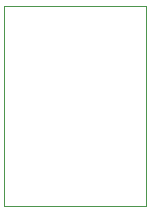
<source format=gbr>
%TF.GenerationSoftware,KiCad,Pcbnew,8.0.4*%
%TF.CreationDate,2024-09-04T09:46:29+03:00*%
%TF.ProjectId,max660_invertor,6d617836-3630-45f6-996e-766572746f72,rev?*%
%TF.SameCoordinates,Original*%
%TF.FileFunction,Profile,NP*%
%FSLAX46Y46*%
G04 Gerber Fmt 4.6, Leading zero omitted, Abs format (unit mm)*
G04 Created by KiCad (PCBNEW 8.0.4) date 2024-09-04 09:46:29*
%MOMM*%
%LPD*%
G01*
G04 APERTURE LIST*
%TA.AperFunction,Profile*%
%ADD10C,0.100000*%
%TD*%
G04 APERTURE END LIST*
D10*
X141000000Y-78000000D02*
X153000000Y-78000000D01*
X153000000Y-95000000D01*
X141000000Y-95000000D01*
X141000000Y-78000000D01*
M02*

</source>
